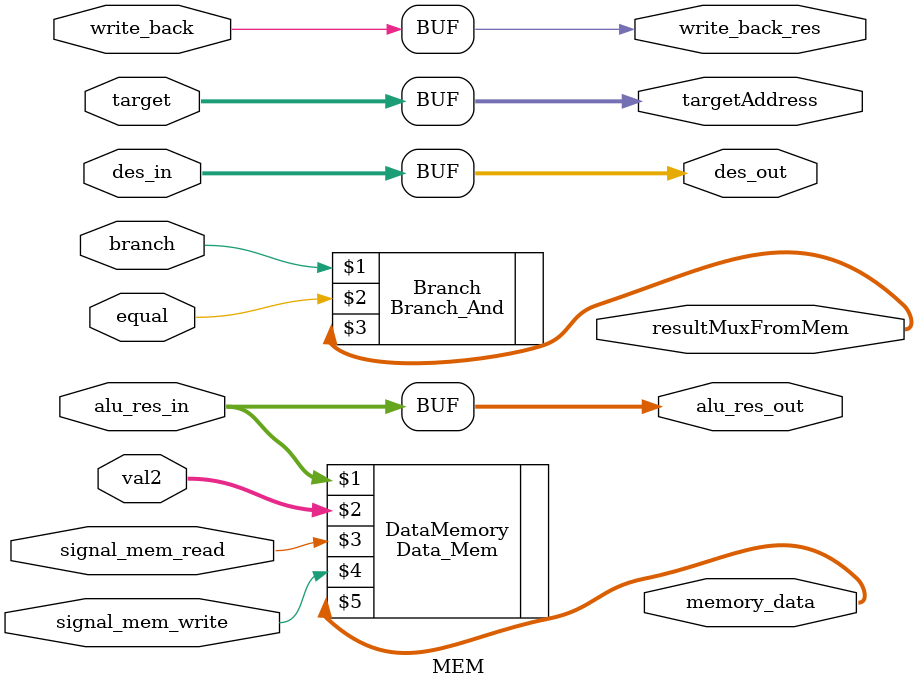
<source format=v>
`timescale 1ns / 1ps
module MEM(
		input [31:0] target,
		input equal,
		input [31:0] alu_res_in,
		input [31:0] val2,
		input [31:0] des_in,
		input signal_mem_read,
		input signal_mem_write,
		input write_back,
		input branch,
		output write_back_res,
		output [31:0] memory_data,
		output [31:0] alu_res_out,
		output [31:0] des_out,
		output [31:0] resultMuxFromMem,
		output [31:0] targetAddress
    );
	 
	 assign des_out=des_in;
	 assign alu_res_out=alu_res_in;
	 assign write_back_res=write_back;
	 assign targetAddress=target;
	 //instance
	 Branch_And Branch(branch,equal,resultMuxFromMem);
	 Data_Mem DataMemory(alu_res_in,val2,signal_mem_read,signal_mem_write,memory_data);


endmodule

</source>
